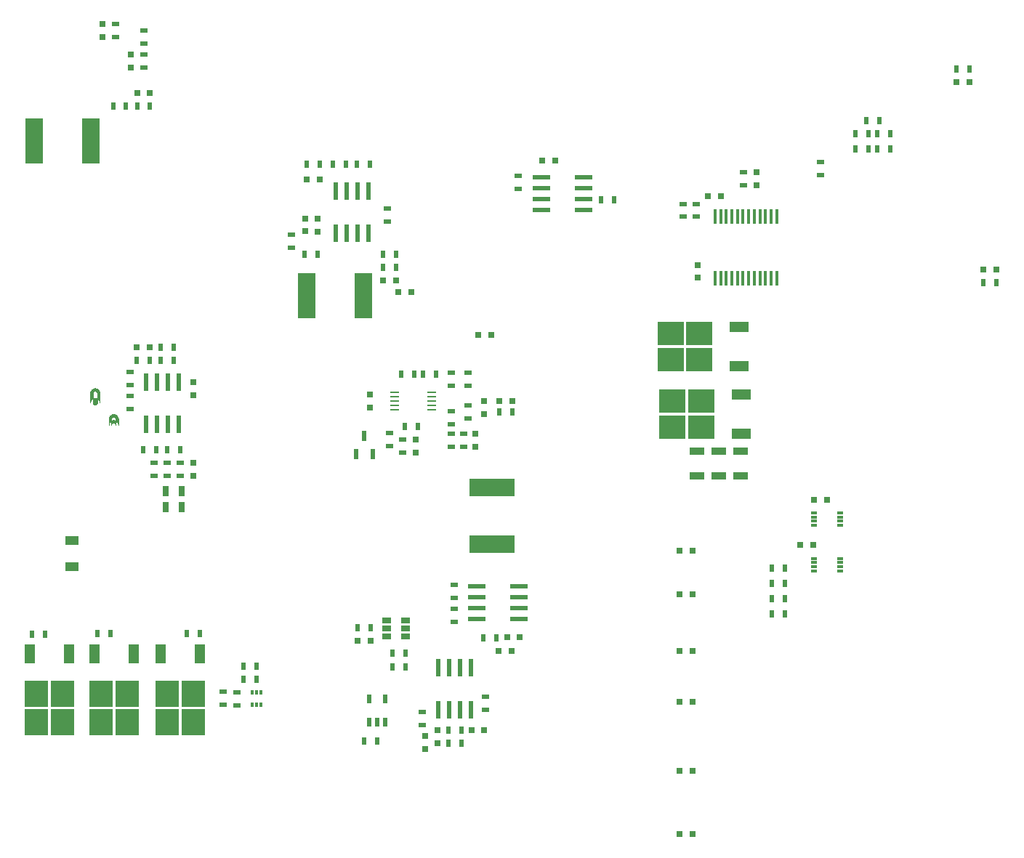
<source format=gbr>
G04 #@! TF.FileFunction,Paste,Bot*
%FSLAX46Y46*%
G04 Gerber Fmt 4.6, Leading zero omitted, Abs format (unit mm)*
G04 Created by KiCad (PCBNEW 4.0.7) date 11/28/18 07:40:14*
%MOMM*%
%LPD*%
G01*
G04 APERTURE LIST*
%ADD10C,0.100000*%
%ADD11C,0.000100*%
%ADD12C,0.001000*%
%ADD13R,0.800000X0.750000*%
%ADD14R,0.600000X2.000000*%
%ADD15R,0.750000X0.800000*%
%ADD16R,2.000000X5.300000*%
%ADD17R,1.200000X2.200000*%
%ADD18R,2.750000X3.050000*%
%ADD19R,0.400000X0.550000*%
%ADD20R,0.500000X0.900000*%
%ADD21R,0.900000X0.500000*%
%ADD22R,0.700000X1.300000*%
%ADD23R,0.600000X1.050000*%
%ADD24R,1.060000X0.650000*%
%ADD25R,2.000000X0.600000*%
%ADD26R,0.800000X0.300000*%
%ADD27R,1.600000X1.000000*%
%ADD28R,0.450000X1.750000*%
%ADD29R,5.300000X2.000000*%
%ADD30R,1.100000X0.250000*%
%ADD31R,0.600000X1.300000*%
%ADD32R,2.200000X1.200000*%
%ADD33R,3.050000X2.750000*%
%ADD34R,1.700000X0.900000*%
G04 APERTURE END LIST*
D10*
D11*
G36*
X11970020Y-46482020D02*
X11970020Y-45912020D01*
X11970020Y-45882894D01*
X11963860Y-45824911D01*
X11951610Y-45767903D01*
X11933400Y-45712510D01*
X11909440Y-45659351D01*
X11879990Y-45609023D01*
X11845390Y-45562088D01*
X11806030Y-45519073D01*
X11762330Y-45480460D01*
X11714810Y-45446680D01*
X11663970Y-45418110D01*
X11610410Y-45395080D01*
X11554710Y-45377830D01*
X11497490Y-45366570D01*
X11439410Y-45361420D01*
X11381110Y-45362430D01*
X11323250Y-45369600D01*
X11266460Y-45382850D01*
X11211390Y-45402020D01*
X11158660Y-45426910D01*
X11108860Y-45457230D01*
X11062530Y-45492640D01*
X11020210Y-45532751D01*
X10982360Y-45577110D01*
X10949420Y-45625220D01*
X10921740Y-45676543D01*
X10899650Y-45730503D01*
X10883380Y-45786496D01*
X10873110Y-45843896D01*
X10868980Y-45902058D01*
X10870020Y-45932020D01*
X10870020Y-46492020D01*
X11170020Y-46492020D01*
X11170020Y-45932020D01*
X11170020Y-45918930D01*
X11172760Y-45892870D01*
X11178200Y-45867238D01*
X11186300Y-45842316D01*
X11196960Y-45818378D01*
X11210060Y-45795684D01*
X11225460Y-45774484D01*
X11242990Y-45755010D01*
X11262470Y-45737475D01*
X11283660Y-45722072D01*
X11306360Y-45708969D01*
X11330290Y-45698309D01*
X11355220Y-45690211D01*
X11380850Y-45684762D01*
X11406910Y-45682021D01*
X11433110Y-45682020D01*
X11459170Y-45684758D01*
X11484800Y-45690205D01*
X11509720Y-45698301D01*
X11533660Y-45708958D01*
X11556360Y-45722059D01*
X11577560Y-45737460D01*
X11597030Y-45754993D01*
X11614570Y-45774465D01*
X11629970Y-45795664D01*
X11643070Y-45818356D01*
X11653730Y-45842294D01*
X11661830Y-45867215D01*
X11667280Y-45892846D01*
X11670020Y-45918906D01*
X11670020Y-45932020D01*
X11670020Y-46482020D01*
X11970020Y-46482020D01*
G37*
X11970020Y-46482020D02*
X11970020Y-45912020D01*
X11970020Y-45882894D01*
X11963860Y-45824911D01*
X11951610Y-45767903D01*
X11933400Y-45712510D01*
X11909440Y-45659351D01*
X11879990Y-45609023D01*
X11845390Y-45562088D01*
X11806030Y-45519073D01*
X11762330Y-45480460D01*
X11714810Y-45446680D01*
X11663970Y-45418110D01*
X11610410Y-45395080D01*
X11554710Y-45377830D01*
X11497490Y-45366570D01*
X11439410Y-45361420D01*
X11381110Y-45362430D01*
X11323250Y-45369600D01*
X11266460Y-45382850D01*
X11211390Y-45402020D01*
X11158660Y-45426910D01*
X11108860Y-45457230D01*
X11062530Y-45492640D01*
X11020210Y-45532751D01*
X10982360Y-45577110D01*
X10949420Y-45625220D01*
X10921740Y-45676543D01*
X10899650Y-45730503D01*
X10883380Y-45786496D01*
X10873110Y-45843896D01*
X10868980Y-45902058D01*
X10870020Y-45932020D01*
X10870020Y-46492020D01*
X11170020Y-46492020D01*
X11170020Y-45932020D01*
X11170020Y-45918930D01*
X11172760Y-45892870D01*
X11178200Y-45867238D01*
X11186300Y-45842316D01*
X11196960Y-45818378D01*
X11210060Y-45795684D01*
X11225460Y-45774484D01*
X11242990Y-45755010D01*
X11262470Y-45737475D01*
X11283660Y-45722072D01*
X11306360Y-45708969D01*
X11330290Y-45698309D01*
X11355220Y-45690211D01*
X11380850Y-45684762D01*
X11406910Y-45682021D01*
X11433110Y-45682020D01*
X11459170Y-45684758D01*
X11484800Y-45690205D01*
X11509720Y-45698301D01*
X11533660Y-45708958D01*
X11556360Y-45722059D01*
X11577560Y-45737460D01*
X11597030Y-45754993D01*
X11614570Y-45774465D01*
X11629970Y-45795664D01*
X11643070Y-45818356D01*
X11653730Y-45842294D01*
X11661830Y-45867215D01*
X11667280Y-45892846D01*
X11670020Y-45918906D01*
X11670020Y-45932020D01*
X11670020Y-46482020D01*
X11970020Y-46482020D01*
G36*
X10870020Y-46482020D02*
X10870020Y-47052020D01*
X10870020Y-47023531D01*
X10875910Y-46966811D01*
X10887640Y-46911004D01*
X10905070Y-46856707D01*
X10928020Y-46804503D01*
X10956240Y-46754951D01*
X10989430Y-46708582D01*
X11027240Y-46665893D01*
X11069260Y-46627341D01*
X11115040Y-46593338D01*
X11164090Y-46564251D01*
X11215880Y-46540389D01*
X11269860Y-46522009D01*
X11325460Y-46509308D01*
X11382070Y-46502422D01*
X11439080Y-46501424D01*
X11495900Y-46506325D01*
X11551900Y-46517073D01*
X11606490Y-46533553D01*
X11659090Y-46555588D01*
X11709130Y-46582941D01*
X11756070Y-46615321D01*
X11799410Y-46652379D01*
X11838690Y-46693719D01*
X11873490Y-46738898D01*
X11903430Y-46787432D01*
X11928190Y-46838801D01*
X11947510Y-46892455D01*
X11961180Y-46947818D01*
X11969050Y-47004297D01*
X11970020Y-47032020D01*
X11970020Y-46472020D01*
X11670020Y-46472020D01*
X11670020Y-47032020D01*
X11670020Y-47045110D01*
X11667280Y-47071170D01*
X11661840Y-47096802D01*
X11653740Y-47121724D01*
X11643080Y-47145662D01*
X11629980Y-47168356D01*
X11614580Y-47189556D01*
X11597050Y-47209030D01*
X11577570Y-47226565D01*
X11556380Y-47241968D01*
X11533680Y-47255071D01*
X11509750Y-47265731D01*
X11484820Y-47273829D01*
X11459190Y-47279278D01*
X11433130Y-47282019D01*
X11406930Y-47282020D01*
X11380870Y-47279282D01*
X11355240Y-47273835D01*
X11330320Y-47265739D01*
X11306380Y-47255082D01*
X11283680Y-47241981D01*
X11262480Y-47226580D01*
X11243010Y-47209047D01*
X11225470Y-47189575D01*
X11210070Y-47168376D01*
X11196970Y-47145684D01*
X11186310Y-47121746D01*
X11178210Y-47096825D01*
X11172760Y-47071194D01*
X11170020Y-47045134D01*
X11170020Y-47032020D01*
X11170020Y-46482020D01*
X10870020Y-46482020D01*
G37*
X10870020Y-46482020D02*
X10870020Y-47052020D01*
X10870020Y-47023531D01*
X10875910Y-46966811D01*
X10887640Y-46911004D01*
X10905070Y-46856707D01*
X10928020Y-46804503D01*
X10956240Y-46754951D01*
X10989430Y-46708582D01*
X11027240Y-46665893D01*
X11069260Y-46627341D01*
X11115040Y-46593338D01*
X11164090Y-46564251D01*
X11215880Y-46540389D01*
X11269860Y-46522009D01*
X11325460Y-46509308D01*
X11382070Y-46502422D01*
X11439080Y-46501424D01*
X11495900Y-46506325D01*
X11551900Y-46517073D01*
X11606490Y-46533553D01*
X11659090Y-46555588D01*
X11709130Y-46582941D01*
X11756070Y-46615321D01*
X11799410Y-46652379D01*
X11838690Y-46693719D01*
X11873490Y-46738898D01*
X11903430Y-46787432D01*
X11928190Y-46838801D01*
X11947510Y-46892455D01*
X11961180Y-46947818D01*
X11969050Y-47004297D01*
X11970020Y-47032020D01*
X11970020Y-46472020D01*
X11670020Y-46472020D01*
X11670020Y-47032020D01*
X11670020Y-47045110D01*
X11667280Y-47071170D01*
X11661840Y-47096802D01*
X11653740Y-47121724D01*
X11643080Y-47145662D01*
X11629980Y-47168356D01*
X11614580Y-47189556D01*
X11597050Y-47209030D01*
X11577570Y-47226565D01*
X11556380Y-47241968D01*
X11533680Y-47255071D01*
X11509750Y-47265731D01*
X11484820Y-47273829D01*
X11459190Y-47279278D01*
X11433130Y-47282019D01*
X11406930Y-47282020D01*
X11380870Y-47279282D01*
X11355240Y-47273835D01*
X11330320Y-47265739D01*
X11306380Y-47255082D01*
X11283680Y-47241981D01*
X11262480Y-47226580D01*
X11243010Y-47209047D01*
X11225470Y-47189575D01*
X11210070Y-47168376D01*
X11196970Y-47145684D01*
X11186310Y-47121746D01*
X11178210Y-47096825D01*
X11172760Y-47071194D01*
X11170020Y-47045134D01*
X11170020Y-47032020D01*
X11170020Y-46482020D01*
X10870020Y-46482020D01*
D12*
G36*
X13820020Y-49282020D02*
X13820020Y-48932020D01*
X13820020Y-48918780D01*
X13817220Y-48892420D01*
X13811650Y-48866510D01*
X13803372Y-48841330D01*
X13792480Y-48817160D01*
X13779095Y-48794280D01*
X13763367Y-48772950D01*
X13745472Y-48753390D01*
X13725610Y-48735840D01*
X13704005Y-48720490D01*
X13680898Y-48707500D01*
X13656548Y-48697030D01*
X13631228Y-48689190D01*
X13605221Y-48684070D01*
X13578819Y-48681730D01*
X13552316Y-48682190D01*
X13526011Y-48685450D01*
X13500198Y-48691470D01*
X13475166Y-48700180D01*
X13451195Y-48711500D01*
X13428554Y-48725280D01*
X13407497Y-48741380D01*
X13388258Y-48759610D01*
X13371055Y-48779780D01*
X13356079Y-48801650D01*
X13343498Y-48824980D01*
X13333453Y-48849500D01*
X13326056Y-48874960D01*
X13321392Y-48901050D01*
X13319511Y-48927490D01*
X13320020Y-48942020D01*
X13320020Y-49282020D01*
X13020020Y-49282020D01*
X13020020Y-48932020D01*
X13020020Y-48903380D01*
X13025977Y-48846360D01*
X13037829Y-48790270D01*
X13055448Y-48735710D01*
X13078643Y-48683280D01*
X13107162Y-48633540D01*
X13140697Y-48587040D01*
X13178884Y-48544280D01*
X13221309Y-48505710D01*
X13267513Y-48471770D01*
X13316996Y-48442810D01*
X13369220Y-48419160D01*
X13423620Y-48401060D01*
X13479607Y-48388710D01*
X13536575Y-48382250D01*
X13593905Y-48381750D01*
X13650977Y-48387210D01*
X13707172Y-48398570D01*
X13761881Y-48415710D01*
X13814513Y-48438450D01*
X13864495Y-48466530D01*
X13911288Y-48499660D01*
X13954383Y-48537470D01*
X13993315Y-48579560D01*
X14027660Y-48625460D01*
X14057048Y-48674690D01*
X14081159Y-48726710D01*
X14099733Y-48780950D01*
X14112567Y-48836830D01*
X14119524Y-48893730D01*
X14120020Y-48922020D01*
X14120020Y-49282020D01*
X13820020Y-49282020D01*
G37*
X13820020Y-49282020D02*
X13820020Y-48932020D01*
X13820020Y-48918780D01*
X13817220Y-48892420D01*
X13811650Y-48866510D01*
X13803372Y-48841330D01*
X13792480Y-48817160D01*
X13779095Y-48794280D01*
X13763367Y-48772950D01*
X13745472Y-48753390D01*
X13725610Y-48735840D01*
X13704005Y-48720490D01*
X13680898Y-48707500D01*
X13656548Y-48697030D01*
X13631228Y-48689190D01*
X13605221Y-48684070D01*
X13578819Y-48681730D01*
X13552316Y-48682190D01*
X13526011Y-48685450D01*
X13500198Y-48691470D01*
X13475166Y-48700180D01*
X13451195Y-48711500D01*
X13428554Y-48725280D01*
X13407497Y-48741380D01*
X13388258Y-48759610D01*
X13371055Y-48779780D01*
X13356079Y-48801650D01*
X13343498Y-48824980D01*
X13333453Y-48849500D01*
X13326056Y-48874960D01*
X13321392Y-48901050D01*
X13319511Y-48927490D01*
X13320020Y-48942020D01*
X13320020Y-49282020D01*
X13020020Y-49282020D01*
X13020020Y-48932020D01*
X13020020Y-48903380D01*
X13025977Y-48846360D01*
X13037829Y-48790270D01*
X13055448Y-48735710D01*
X13078643Y-48683280D01*
X13107162Y-48633540D01*
X13140697Y-48587040D01*
X13178884Y-48544280D01*
X13221309Y-48505710D01*
X13267513Y-48471770D01*
X13316996Y-48442810D01*
X13369220Y-48419160D01*
X13423620Y-48401060D01*
X13479607Y-48388710D01*
X13536575Y-48382250D01*
X13593905Y-48381750D01*
X13650977Y-48387210D01*
X13707172Y-48398570D01*
X13761881Y-48415710D01*
X13814513Y-48438450D01*
X13864495Y-48466530D01*
X13911288Y-48499660D01*
X13954383Y-48537470D01*
X13993315Y-48579560D01*
X14027660Y-48625460D01*
X14057048Y-48674690D01*
X14081159Y-48726710D01*
X14099733Y-48780950D01*
X14112567Y-48836830D01*
X14119524Y-48893730D01*
X14120020Y-48922020D01*
X14120020Y-49282020D01*
X13820020Y-49282020D01*
G36*
X13320020Y-49282020D02*
X13320020Y-49632020D01*
X13320020Y-49619070D01*
X13322698Y-49593290D01*
X13328028Y-49567920D01*
X13335951Y-49543240D01*
X13346383Y-49519510D01*
X13359213Y-49496980D01*
X13374302Y-49475900D01*
X13391489Y-49456500D01*
X13410590Y-49438970D01*
X13431400Y-49423520D01*
X13453697Y-49410290D01*
X13477241Y-49399450D01*
X13501780Y-49391090D01*
X13527052Y-49385320D01*
X13552784Y-49382190D01*
X13578703Y-49381730D01*
X13604530Y-49383960D01*
X13629987Y-49388850D01*
X13654804Y-49396340D01*
X13678713Y-49406350D01*
X13701459Y-49418790D01*
X13722797Y-49433510D01*
X13742500Y-49450350D01*
X13760355Y-49469150D01*
X13776173Y-49489680D01*
X13789783Y-49511750D01*
X13801039Y-49535100D01*
X13809821Y-49559490D01*
X13816035Y-49584650D01*
X13819614Y-49610330D01*
X13820020Y-49622020D01*
X13820020Y-49282020D01*
X14120020Y-49282020D01*
X14120020Y-49632020D01*
X14120020Y-49603060D01*
X14113929Y-49545410D01*
X14101813Y-49488710D01*
X14083804Y-49433610D01*
X14060103Y-49380700D01*
X14030973Y-49330570D01*
X13996735Y-49283790D01*
X13957770Y-49240860D01*
X13914509Y-49202270D01*
X13867431Y-49168440D01*
X13817057Y-49139740D01*
X13763947Y-49116500D01*
X13708687Y-49098960D01*
X13651891Y-49087340D01*
X13594187Y-49081740D01*
X13536215Y-49082250D01*
X13478617Y-49088840D01*
X13422032Y-49101450D01*
X13367085Y-49119940D01*
X13314386Y-49144100D01*
X13264518Y-49173670D01*
X13218034Y-49208310D01*
X13175449Y-49247650D01*
X13137234Y-49291250D01*
X13103814Y-49338620D01*
X13075558Y-49389240D01*
X13052779Y-49442550D01*
X13035729Y-49497960D01*
X13024598Y-49554860D01*
X13019509Y-49612610D01*
X13020020Y-49642020D01*
X13020020Y-49282020D01*
X13320020Y-49282020D01*
G37*
X13320020Y-49282020D02*
X13320020Y-49632020D01*
X13320020Y-49619070D01*
X13322698Y-49593290D01*
X13328028Y-49567920D01*
X13335951Y-49543240D01*
X13346383Y-49519510D01*
X13359213Y-49496980D01*
X13374302Y-49475900D01*
X13391489Y-49456500D01*
X13410590Y-49438970D01*
X13431400Y-49423520D01*
X13453697Y-49410290D01*
X13477241Y-49399450D01*
X13501780Y-49391090D01*
X13527052Y-49385320D01*
X13552784Y-49382190D01*
X13578703Y-49381730D01*
X13604530Y-49383960D01*
X13629987Y-49388850D01*
X13654804Y-49396340D01*
X13678713Y-49406350D01*
X13701459Y-49418790D01*
X13722797Y-49433510D01*
X13742500Y-49450350D01*
X13760355Y-49469150D01*
X13776173Y-49489680D01*
X13789783Y-49511750D01*
X13801039Y-49535100D01*
X13809821Y-49559490D01*
X13816035Y-49584650D01*
X13819614Y-49610330D01*
X13820020Y-49622020D01*
X13820020Y-49282020D01*
X14120020Y-49282020D01*
X14120020Y-49632020D01*
X14120020Y-49603060D01*
X14113929Y-49545410D01*
X14101813Y-49488710D01*
X14083804Y-49433610D01*
X14060103Y-49380700D01*
X14030973Y-49330570D01*
X13996735Y-49283790D01*
X13957770Y-49240860D01*
X13914509Y-49202270D01*
X13867431Y-49168440D01*
X13817057Y-49139740D01*
X13763947Y-49116500D01*
X13708687Y-49098960D01*
X13651891Y-49087340D01*
X13594187Y-49081740D01*
X13536215Y-49082250D01*
X13478617Y-49088840D01*
X13422032Y-49101450D01*
X13367085Y-49119940D01*
X13314386Y-49144100D01*
X13264518Y-49173670D01*
X13218034Y-49208310D01*
X13175449Y-49247650D01*
X13137234Y-49291250D01*
X13103814Y-49338620D01*
X13075558Y-49389240D01*
X13052779Y-49442550D01*
X13035729Y-49497960D01*
X13024598Y-49554860D01*
X13019509Y-49612610D01*
X13020020Y-49642020D01*
X13020020Y-49282020D01*
X13320020Y-49282020D01*
D13*
X81014020Y-69342020D03*
X79514020Y-69342020D03*
D14*
X51435020Y-77941020D03*
X52705020Y-77941020D03*
X55245020Y-77941020D03*
X55245020Y-82841020D03*
X53975020Y-82841020D03*
X52705020Y-82841020D03*
X51435020Y-82841020D03*
X53975020Y-77941020D03*
D15*
X51308020Y-86729020D03*
X51308020Y-85229020D03*
X49911020Y-87364020D03*
X49911020Y-85864020D03*
D13*
X55269020Y-85217020D03*
X56769020Y-85217020D03*
X17820968Y-10906658D03*
X16320968Y-10906658D03*
D15*
X37351830Y-25598682D03*
X37351830Y-27098682D03*
D13*
X37593830Y-21014682D03*
X36093830Y-21014682D03*
X44970020Y-32766020D03*
X46470020Y-32766020D03*
D15*
X56769020Y-48363020D03*
X56769020Y-46863020D03*
X35921810Y-25565662D03*
X35921810Y-27065662D03*
X22887770Y-54030938D03*
X22887770Y-55530938D03*
X22887770Y-46132938D03*
X22887770Y-44632938D03*
D13*
X16295770Y-40556938D03*
X17795770Y-40556938D03*
X65012020Y-18796020D03*
X63512020Y-18796020D03*
D15*
X12286000Y-4400000D03*
X12286000Y-2900000D03*
D13*
X114914000Y-31543248D03*
X116414000Y-31543248D03*
D15*
X88486000Y-20172000D03*
X88486000Y-21672000D03*
D13*
X93611020Y-63627020D03*
X95111020Y-63627020D03*
X96686097Y-58320007D03*
X95186097Y-58320007D03*
D15*
X81661020Y-30988020D03*
X81661020Y-32488020D03*
X55753020Y-50685020D03*
X55753020Y-52185020D03*
D13*
X42016000Y-74770000D03*
X43516000Y-74770000D03*
X59415000Y-74389000D03*
X60915000Y-74389000D03*
X59920020Y-75946020D03*
X58420020Y-75946020D03*
D16*
X42668020Y-34544020D03*
X36068020Y-34544020D03*
X4320020Y-16510020D03*
X10920020Y-16510020D03*
D17*
X19056020Y-76318020D03*
X23616020Y-76318020D03*
D18*
X22861020Y-84293020D03*
X19811020Y-80943020D03*
X19811020Y-84293020D03*
X22861020Y-80943020D03*
D17*
X11370000Y-76318020D03*
X15930000Y-76318020D03*
D18*
X15175000Y-84293020D03*
X12125000Y-80943020D03*
X12125000Y-84293020D03*
X15175000Y-80943020D03*
D17*
X3816020Y-76318020D03*
X8376020Y-76318020D03*
D18*
X7621020Y-84293020D03*
X4571020Y-80943020D03*
X4571020Y-84293020D03*
X7621020Y-80943020D03*
D19*
X29726020Y-82259020D03*
X30226020Y-82259020D03*
X30726020Y-82259020D03*
X30726020Y-80809020D03*
X30226020Y-80809020D03*
X29726020Y-80809020D03*
D20*
X42778000Y-86454000D03*
X44278000Y-86454000D03*
D21*
X49530020Y-83070020D03*
X49530020Y-84570020D03*
D20*
X54090020Y-86741020D03*
X52590020Y-86741020D03*
D21*
X56896020Y-82792020D03*
X56896020Y-81292020D03*
D20*
X52590020Y-85217020D03*
X54090020Y-85217020D03*
X13526968Y-12430658D03*
X15026968Y-12430658D03*
X16328568Y-12489058D03*
X17828568Y-12489058D03*
X36093830Y-19236682D03*
X37593830Y-19236682D03*
X41935830Y-19236682D03*
X43435830Y-19236682D03*
X39141830Y-19236682D03*
X40641830Y-19236682D03*
X44970020Y-29718020D03*
X46470020Y-29718020D03*
X46470020Y-31242020D03*
X44970020Y-31242020D03*
X60059020Y-48133020D03*
X58559020Y-48133020D03*
D21*
X34290020Y-27444020D03*
X34290020Y-28944020D03*
X47244020Y-51320020D03*
X47244020Y-52820020D03*
X45466020Y-25896020D03*
X45466020Y-24396020D03*
D20*
X35826020Y-29718020D03*
X37326020Y-29718020D03*
X23610020Y-73914020D03*
X22110020Y-73914020D03*
X13196020Y-73914020D03*
X11696020Y-73914020D03*
X5576020Y-74041020D03*
X4076020Y-74041020D03*
D21*
X27940020Y-80784020D03*
X27940020Y-82284020D03*
D20*
X28714020Y-77724020D03*
X30214020Y-77724020D03*
D21*
X26383000Y-80751000D03*
X26383000Y-82251000D03*
X18315770Y-54030938D03*
X18315770Y-55530938D03*
X21363770Y-55530938D03*
X21363770Y-54030938D03*
X19839770Y-54030938D03*
X19839770Y-55530938D03*
D20*
X18557770Y-52494938D03*
X17057770Y-52494938D03*
X21351770Y-52494938D03*
X19851770Y-52494938D03*
D22*
X19651770Y-57320938D03*
X21551770Y-57320938D03*
D21*
X15494020Y-46240020D03*
X15494020Y-47740020D03*
D20*
X19089770Y-40556938D03*
X20589770Y-40556938D03*
X17795770Y-42080938D03*
X16295770Y-42080938D03*
D21*
X15494020Y-44946020D03*
X15494020Y-43446020D03*
D20*
X20589770Y-42080938D03*
X19089770Y-42080938D03*
X71870020Y-23368020D03*
X70370020Y-23368020D03*
D21*
X60706000Y-20586020D03*
X60706000Y-22086020D03*
X13810000Y-2900000D03*
X13810000Y-4400000D03*
D20*
X100037618Y-17476082D03*
X101537618Y-17476082D03*
X100037618Y-15698082D03*
X101537618Y-15698082D03*
X102565618Y-17476082D03*
X104065618Y-17476082D03*
X102577618Y-15698082D03*
X104077618Y-15698082D03*
D21*
X95961618Y-20512082D03*
X95961618Y-19012082D03*
X86962000Y-20172000D03*
X86962000Y-21672000D03*
D20*
X116414000Y-33067248D03*
X114914000Y-33067248D03*
X90278513Y-68105849D03*
X91778513Y-68105849D03*
X90278513Y-69883849D03*
X91778513Y-69883849D03*
X91778513Y-66327849D03*
X90278513Y-66327849D03*
X91778513Y-71661849D03*
X90278513Y-71661849D03*
D21*
X52959020Y-50685020D03*
X52959020Y-52185020D03*
X54356020Y-52185020D03*
X54356020Y-50685020D03*
D20*
X46113020Y-76200020D03*
X47613020Y-76200020D03*
X46113020Y-77851020D03*
X47613020Y-77851020D03*
X58142020Y-74422020D03*
X56642020Y-74422020D03*
X43516000Y-73246000D03*
X42016000Y-73246000D03*
D21*
X53307000Y-69805000D03*
X53307000Y-68305000D03*
X53307000Y-72599000D03*
X53307000Y-71099000D03*
D23*
X45240000Y-81548000D03*
X43340000Y-81548000D03*
X43340000Y-84248000D03*
X44290000Y-84248000D03*
X45240000Y-84248000D03*
D14*
X39510830Y-22374682D03*
X40780830Y-22374682D03*
X43320830Y-22374682D03*
X43320830Y-27274682D03*
X42050830Y-27274682D03*
X40780830Y-27274682D03*
X39510830Y-27274682D03*
X42050830Y-22374682D03*
X21178370Y-49552538D03*
X19908370Y-49552538D03*
X17368370Y-49552538D03*
X17368370Y-44652538D03*
X18638370Y-44652538D03*
X19908370Y-44652538D03*
X21178370Y-44652538D03*
X18638370Y-49552538D03*
D24*
X45382000Y-74290000D03*
X45382000Y-73340000D03*
X45382000Y-72390000D03*
X47582000Y-72390000D03*
X47582000Y-74290000D03*
X47582000Y-73340000D03*
D25*
X55937000Y-72230000D03*
X55937000Y-70960000D03*
X55937000Y-68420000D03*
X60837000Y-68420000D03*
X60837000Y-69690000D03*
X60837000Y-70960000D03*
X60837000Y-72230000D03*
X55937000Y-69690000D03*
X68337600Y-20802600D03*
X68337600Y-22072600D03*
X68337600Y-24612600D03*
X63437600Y-24612600D03*
X63437600Y-23342600D03*
X63437600Y-22072600D03*
X63437600Y-20802600D03*
X68337600Y-23342600D03*
D26*
X98240497Y-65182407D03*
X98240497Y-65682407D03*
X98240497Y-66182407D03*
X98240497Y-66682407D03*
X95140497Y-66682407D03*
X95140497Y-66182407D03*
X95140497Y-65682407D03*
X95140497Y-65182407D03*
X98248097Y-59856007D03*
X98248097Y-60356007D03*
X98248097Y-60856007D03*
X98248097Y-61356007D03*
X95148097Y-61356007D03*
X95148097Y-60856007D03*
X95148097Y-60356007D03*
X95148097Y-59856007D03*
D21*
X45720020Y-50558020D03*
X45720020Y-52058020D03*
D20*
X30214020Y-79248020D03*
X28714020Y-79248020D03*
D27*
X8730000Y-66110000D03*
X8730000Y-63110000D03*
D21*
X17112000Y-3662000D03*
X17112000Y-5162000D03*
X17112000Y-6456000D03*
X17112000Y-7956000D03*
D15*
X15588000Y-7956000D03*
X15588000Y-6456000D03*
D28*
X83674020Y-25356020D03*
X84324020Y-25356020D03*
X84974020Y-25356020D03*
X85624020Y-25356020D03*
X86274020Y-25356020D03*
X86924020Y-25356020D03*
X87574020Y-25356020D03*
X88224020Y-25356020D03*
X88874020Y-25356020D03*
X89524020Y-25356020D03*
X90174020Y-25356020D03*
X90824020Y-25356020D03*
X90824020Y-32556020D03*
X90174020Y-32556020D03*
X89524020Y-32556020D03*
X88874020Y-32556020D03*
X88224020Y-32556020D03*
X87574020Y-32556020D03*
X86924020Y-32556020D03*
X86274020Y-32556020D03*
X85624020Y-32556020D03*
X84974020Y-32556020D03*
X84324020Y-32556020D03*
X83674020Y-32556020D03*
D21*
X81448176Y-23875744D03*
X81448176Y-25375744D03*
X79924176Y-23875744D03*
X79924176Y-25375744D03*
D13*
X113272020Y-9673024D03*
X111772020Y-9673024D03*
D29*
X57658020Y-56900020D03*
X57658020Y-63500020D03*
D22*
X19618750Y-59192918D03*
X21518750Y-59192918D03*
D20*
X111772020Y-8149024D03*
X113272020Y-8149024D03*
X101307618Y-14174082D03*
X102807618Y-14174082D03*
D13*
X82816020Y-22987020D03*
X84316020Y-22987020D03*
X48248020Y-34163020D03*
X46748020Y-34163020D03*
X57582520Y-39179520D03*
X56082520Y-39179520D03*
X81014020Y-64262020D03*
X79514020Y-64262020D03*
X81014020Y-97345520D03*
X79514020Y-97345520D03*
X81014020Y-89916020D03*
X79514020Y-89916020D03*
X81014020Y-81915020D03*
X79514020Y-81915020D03*
X81014020Y-75946020D03*
X79514020Y-75946020D03*
X60059020Y-46863020D03*
X58559020Y-46863020D03*
D15*
X43434020Y-47613020D03*
X43434020Y-46113020D03*
D21*
X54864020Y-43573020D03*
X54864020Y-45073020D03*
X52959020Y-43573020D03*
X52959020Y-45073020D03*
X52959020Y-49518020D03*
X52959020Y-48018020D03*
X54864020Y-47383020D03*
X54864020Y-48883020D03*
D20*
X47129020Y-43688020D03*
X48629020Y-43688020D03*
X49669020Y-43688020D03*
X51169020Y-43688020D03*
D30*
X50664020Y-45863020D03*
X50664020Y-46363020D03*
X50664020Y-46863020D03*
X50664020Y-47363020D03*
X50664020Y-47863020D03*
X46364020Y-47863020D03*
X46364020Y-47363020D03*
X46364020Y-46863020D03*
X46364020Y-46363020D03*
X46364020Y-45863020D03*
D15*
X48768020Y-52820020D03*
X48768020Y-51320020D03*
D31*
X42799020Y-50893020D03*
X41849020Y-52993020D03*
X43749020Y-52993020D03*
D20*
X47510020Y-49784020D03*
X49010020Y-49784020D03*
D32*
X86682020Y-46107020D03*
X86682020Y-50667020D03*
D33*
X78707020Y-49912020D03*
X82057020Y-46862020D03*
X78707020Y-46862020D03*
X82057020Y-49912020D03*
D32*
X86452020Y-38232020D03*
X86452020Y-42792020D03*
D33*
X78477020Y-42037020D03*
X81827020Y-38987020D03*
X78477020Y-38987020D03*
X81827020Y-42037020D03*
D34*
X81534020Y-55605020D03*
X81534020Y-52705020D03*
X84074020Y-55605020D03*
X84074020Y-52705020D03*
X86614020Y-55605020D03*
X86614020Y-52705020D03*
M02*

</source>
